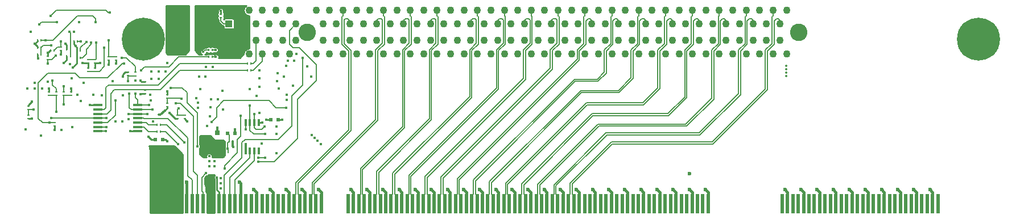
<source format=gbr>
G04 #@! TF.GenerationSoftware,KiCad,Pcbnew,(5.1.5)-3*
G04 #@! TF.CreationDate,2022-01-27T06:12:11+01:00*
G04 #@! TF.ProjectId,Riser Tioga Pass 1OU 1xPCIe x16,52697365-7220-4546-996f-676120506173,rev?*
G04 #@! TF.SameCoordinates,PX40f1fa0PY623a7c0*
G04 #@! TF.FileFunction,Copper,L6,Bot*
G04 #@! TF.FilePolarity,Positive*
%FSLAX46Y46*%
G04 Gerber Fmt 4.6, Leading zero omitted, Abs format (unit mm)*
G04 Created by KiCad (PCBNEW (5.1.5)-3) date 2022-01-27 06:12:11*
%MOMM*%
%LPD*%
G04 APERTURE LIST*
%ADD10R,0.430000X0.280000*%
%ADD11R,0.600000X0.500000*%
%ADD12R,0.550000X3.000000*%
%ADD13R,0.750000X0.800000*%
%ADD14C,2.600000*%
%ADD15R,1.100000X1.100000*%
%ADD16C,1.100000*%
%ADD17R,0.800000X0.750000*%
%ADD18C,6.400000*%
%ADD19C,0.800000*%
%ADD20R,1.450000X0.450000*%
%ADD21R,0.280000X0.430000*%
%ADD22R,0.400000X1.100000*%
%ADD23C,0.400000*%
%ADD24C,0.600000*%
%ADD25C,0.350000*%
%ADD26C,0.400000*%
%ADD27C,0.300000*%
%ADD28C,0.250000*%
%ADD29C,0.200000*%
%ADD30C,0.127000*%
%ADD31C,0.254000*%
G04 APERTURE END LIST*
D10*
X250000Y-6885000D03*
X250000Y-6365000D03*
D11*
X1775000Y-15000000D03*
X2875000Y-15000000D03*
X18975000Y-12075000D03*
X20075000Y-12075000D03*
X13625000Y-14075000D03*
X12525000Y-14075000D03*
D12*
X1695000Y-24580000D03*
X2495000Y-24580000D03*
X3295000Y-24580000D03*
X4095000Y-24580000D03*
X4895000Y-24580000D03*
X5695000Y-24580000D03*
X6495000Y-24580000D03*
X7295000Y-24580000D03*
X8095000Y-24580000D03*
X8895000Y-24580000D03*
X9695000Y-24580000D03*
X10495000Y-24580000D03*
X11295000Y-24580000D03*
X12095000Y-24580000D03*
X12895000Y-24580000D03*
X13695000Y-24580000D03*
X14495000Y-24580000D03*
X15295000Y-24580000D03*
X16095000Y-24580000D03*
X16895000Y-24580000D03*
X17695000Y-24580000D03*
X18495000Y-24580000D03*
X19295000Y-24580000D03*
X20095000Y-24580000D03*
X20895000Y-24580000D03*
X21695000Y-24580000D03*
X22495000Y-24580000D03*
X23295000Y-24580000D03*
X24095000Y-24580000D03*
X24895000Y-24580000D03*
X25695000Y-24580000D03*
X26495000Y-24580000D03*
X30495000Y-24580000D03*
X31295000Y-24580000D03*
X32095000Y-24580000D03*
X32895000Y-24580000D03*
X33695000Y-24580000D03*
X34495000Y-24580000D03*
X35295000Y-24580000D03*
X36095000Y-24580000D03*
X36895000Y-24580000D03*
X37695000Y-24580000D03*
X38495000Y-24580000D03*
X39295000Y-24580000D03*
X40095000Y-24580000D03*
X40895000Y-24580000D03*
X41695000Y-24580000D03*
X42495000Y-24580000D03*
X43295000Y-24580000D03*
X44095000Y-24580000D03*
X44895000Y-24580000D03*
X45695000Y-24580000D03*
X46495000Y-24580000D03*
X47295000Y-24580000D03*
X48095000Y-24580000D03*
X48895000Y-24580000D03*
X49695000Y-24580000D03*
X50495000Y-24580000D03*
X51295000Y-24580000D03*
X52095000Y-24580000D03*
X52895000Y-24580000D03*
X53695000Y-24580000D03*
X54495000Y-24580000D03*
X55295000Y-24580000D03*
X56095000Y-24580000D03*
X56895000Y-24580000D03*
X57695000Y-24580000D03*
X58495000Y-24580000D03*
X59295000Y-24580000D03*
X60095000Y-24580000D03*
X60895000Y-24580000D03*
X61695000Y-24580000D03*
X62495000Y-24580000D03*
X63295000Y-24580000D03*
X64095000Y-24580000D03*
X64895000Y-24580000D03*
X65695000Y-24580000D03*
X66495000Y-24580000D03*
X67295000Y-24580000D03*
X68095000Y-24580000D03*
X68895000Y-24580000D03*
X69695000Y-24580000D03*
X70495000Y-24580000D03*
X71295000Y-24580000D03*
X72095000Y-24580000D03*
X72895000Y-24580000D03*
X73695000Y-24580000D03*
X74495000Y-24580000D03*
X75295000Y-24580000D03*
X76095000Y-24580000D03*
X76895000Y-24580000D03*
X77695000Y-24580000D03*
X78495000Y-24580000D03*
X79295000Y-24580000D03*
X80095000Y-24580000D03*
X80895000Y-24580000D03*
X81695000Y-24580000D03*
X82495000Y-24580000D03*
X83295000Y-24580000D03*
X84095000Y-24580000D03*
X118295000Y-24580000D03*
X117495000Y-24580000D03*
X96695000Y-24580000D03*
X95895000Y-24580000D03*
X97495000Y-24580000D03*
X95095000Y-24580000D03*
X111895000Y-24580000D03*
X111095000Y-24580000D03*
X112695000Y-24580000D03*
X113495000Y-24580000D03*
X115095000Y-24580000D03*
X115895000Y-24580000D03*
X114295000Y-24580000D03*
X116695000Y-24580000D03*
X99095000Y-24580000D03*
X99895000Y-24580000D03*
X98295000Y-24580000D03*
X100695000Y-24580000D03*
X103095000Y-24580000D03*
X101495000Y-24580000D03*
X102295000Y-24580000D03*
X103895000Y-24580000D03*
X107895000Y-24580000D03*
X109495000Y-24580000D03*
X110295000Y-24580000D03*
X108695000Y-24580000D03*
X105495000Y-24580000D03*
X106295000Y-24580000D03*
X104695000Y-24580000D03*
X107095000Y-24580000D03*
D13*
X11075000Y-15525000D03*
X11075000Y-14025000D03*
D14*
X24405000Y1020000D03*
X97555000Y1020000D03*
D15*
X12755000Y2270000D03*
D16*
X13755000Y4270000D03*
X14755000Y2270000D03*
X15755000Y4270000D03*
X16755000Y2270000D03*
X17755000Y4270000D03*
X18755000Y2270000D03*
X19755000Y4270000D03*
X20755000Y2270000D03*
X21755000Y4270000D03*
X22755000Y2270000D03*
X25755000Y4270000D03*
X26755000Y2270000D03*
X27755000Y4270000D03*
X28755000Y2270000D03*
X29755000Y4270000D03*
X30755000Y2270000D03*
X31755000Y4270000D03*
X32755000Y2270000D03*
X33755000Y4270000D03*
X34755000Y2270000D03*
X35755000Y4270000D03*
X36755000Y2270000D03*
X37755000Y4270000D03*
X38755000Y2270000D03*
X39755000Y4270000D03*
X40755000Y2270000D03*
X41755000Y4270000D03*
X42755000Y2270000D03*
X43755000Y4270000D03*
X44755000Y2270000D03*
X45755000Y4270000D03*
X46755000Y2270000D03*
X47755000Y4270000D03*
X48755000Y2270000D03*
X49755000Y4270000D03*
X50755000Y2270000D03*
X51755000Y4270000D03*
X52755000Y2270000D03*
X53755000Y4270000D03*
X54755000Y2270000D03*
X55755000Y4270000D03*
X56755000Y2270000D03*
X57755000Y4270000D03*
X58755000Y2270000D03*
X59755000Y4270000D03*
X60755000Y2270000D03*
X61755000Y4270000D03*
X62755000Y2270000D03*
X63755000Y4270000D03*
X64755000Y2270000D03*
X65755000Y4270000D03*
X66755000Y2270000D03*
X67755000Y4270000D03*
X68755000Y2270000D03*
X69755000Y4270000D03*
X70755000Y2270000D03*
X71755000Y4270000D03*
X72755000Y2270000D03*
X73755000Y4270000D03*
X74755000Y2270000D03*
X75755000Y4270000D03*
X76755000Y2270000D03*
X77755000Y4270000D03*
X78755000Y2270000D03*
X79755000Y4270000D03*
X80755000Y2270000D03*
X81755000Y4270000D03*
X82755000Y2270000D03*
X83755000Y4270000D03*
X84755000Y2270000D03*
X85755000Y4270000D03*
X86755000Y2270000D03*
X87755000Y4270000D03*
X88755000Y2270000D03*
X89755000Y4270000D03*
X90755000Y2270000D03*
X91755000Y4270000D03*
X92755000Y2270000D03*
X93755000Y4270000D03*
X94755000Y2270000D03*
X12755000Y-230000D03*
X13755000Y-2230000D03*
X14755000Y-230000D03*
X15755000Y-2230000D03*
X16755000Y-230000D03*
X17755000Y-2230000D03*
X18755000Y-230000D03*
X19755000Y-2230000D03*
X20755000Y-230000D03*
X21755000Y-2230000D03*
X22755000Y-230000D03*
X25755000Y-2230000D03*
X26755000Y-230000D03*
X27755000Y-2230000D03*
X28755000Y-230000D03*
X29755000Y-2230000D03*
X30755000Y-230000D03*
X31755000Y-2230000D03*
X32755000Y-230000D03*
X33755000Y-2230000D03*
X34755000Y-230000D03*
X35755000Y-2230000D03*
X36755000Y-230000D03*
X37755000Y-2230000D03*
X38755000Y-230000D03*
X39755000Y-2230000D03*
X40755000Y-230000D03*
X41755000Y-2230000D03*
X42755000Y-230000D03*
X43755000Y-2230000D03*
X44755000Y-230000D03*
X46755000Y-230000D03*
X47755000Y-2230000D03*
X48755000Y-230000D03*
X49755000Y-2230000D03*
X50755000Y-230000D03*
X51755000Y-2230000D03*
X52755000Y-230000D03*
X53755000Y-2230000D03*
X54755000Y-230000D03*
X55755000Y-2230000D03*
X56755000Y-230000D03*
X57755000Y-2230000D03*
X58755000Y-230000D03*
X59755000Y-2230000D03*
X60755000Y-230000D03*
X61755000Y-2230000D03*
X62755000Y-230000D03*
X63755000Y-2230000D03*
X64755000Y-230000D03*
X65755000Y-2230000D03*
X66755000Y-230000D03*
X67755000Y-2230000D03*
X68755000Y-230000D03*
X69755000Y-2230000D03*
X70755000Y-230000D03*
X71755000Y-2230000D03*
X72755000Y-230000D03*
X73755000Y-2230000D03*
X74755000Y-230000D03*
X75755000Y-2230000D03*
X76755000Y-230000D03*
X77755000Y-2230000D03*
X78755000Y-230000D03*
X79755000Y-2230000D03*
X80755000Y-230000D03*
X81755000Y-2230000D03*
X82755000Y-230000D03*
X83755000Y-2230000D03*
X84755000Y-230000D03*
X85755000Y-2230000D03*
X86755000Y-230000D03*
X87755000Y-2230000D03*
X88755000Y-230000D03*
X89755000Y-2230000D03*
X90755000Y-230000D03*
X91755000Y-2230000D03*
X92755000Y-230000D03*
X93755000Y-2230000D03*
X94755000Y-230000D03*
X45755000Y-2230000D03*
X95755000Y4270000D03*
X95755000Y-2230000D03*
D17*
X8050000Y3475000D03*
X6550000Y3475000D03*
X6550000Y1925000D03*
X8050000Y1925000D03*
X6550000Y400000D03*
X8050000Y400000D03*
X8075000Y-1150000D03*
X6575000Y-1150000D03*
D18*
X0Y0D03*
D19*
X2400000Y0D03*
X-1697056Y-1697056D03*
X1697056Y-1697056D03*
X0Y-2400000D03*
X-2400000Y0D03*
X1697056Y1697056D03*
X0Y2400000D03*
X-1697056Y1697056D03*
X122607944Y1677056D03*
X124305000Y2380000D03*
X126002056Y1677056D03*
X121905000Y-20000D03*
X124305000Y-2420000D03*
X126002056Y-1717056D03*
X122607944Y-1717056D03*
X126705000Y-20000D03*
D18*
X124305000Y-20000D03*
D20*
X-825000Y-13775000D03*
X-825000Y-13125000D03*
X-825000Y-12475000D03*
X-825000Y-11825000D03*
X-825000Y-11175000D03*
X-825000Y-10525000D03*
X-825000Y-9875000D03*
X-6725000Y-9875000D03*
X-6725000Y-10525000D03*
X-6725000Y-11175000D03*
X-6725000Y-11825000D03*
X-6725000Y-12475000D03*
X-6725000Y-13125000D03*
X-6725000Y-13775000D03*
D10*
X-14175000Y-3060000D03*
X-14175000Y-2540000D03*
D21*
X12610000Y-16875000D03*
X12090000Y-16875000D03*
X12815000Y-15300000D03*
X13335000Y-15300000D03*
X2585000Y-13850000D03*
X2065000Y-13850000D03*
X2065000Y-12775000D03*
X2585000Y-12775000D03*
D10*
X-13200000Y-12475000D03*
X-13200000Y-12995000D03*
D21*
X16010000Y-3625000D03*
X15490000Y-3625000D03*
X15490000Y-4700000D03*
X16010000Y-4700000D03*
X-15735000Y-200000D03*
X-15215000Y-200000D03*
D10*
X-10725000Y-7890000D03*
X-10725000Y-8410000D03*
X250000Y-7665000D03*
X250000Y-8185000D03*
D21*
X-9860000Y-2775000D03*
X-9340000Y-2775000D03*
X-9340000Y-1675000D03*
X-9860000Y-1675000D03*
X-10310000Y-375000D03*
X-9790000Y-375000D03*
D10*
X11550000Y3190000D03*
X11550000Y3710000D03*
X-2250000Y-4955000D03*
X-2250000Y-5475000D03*
D21*
X9765000Y-2675000D03*
X10285000Y-2675000D03*
X10285000Y-1625000D03*
X9765000Y-1625000D03*
D10*
X2275000Y-11315000D03*
X2275000Y-11835000D03*
X-14000000Y-8410000D03*
X-14000000Y-7890000D03*
X-17100000Y-10510000D03*
X-17100000Y-9990000D03*
X-17100000Y-11340000D03*
X-17100000Y-11860000D03*
X3575000Y-9590000D03*
X3575000Y-10110000D03*
X3575000Y-8835000D03*
X3575000Y-8315000D03*
X5100000Y-11340000D03*
X5100000Y-11860000D03*
X6175000Y-11340000D03*
X6175000Y-11860000D03*
X-1175000Y-5485000D03*
X-1175000Y-4965000D03*
X-11800000Y-8410000D03*
X-11800000Y-7890000D03*
X-12950000Y-7890000D03*
X-12950000Y-8410000D03*
X-5125000Y-2640000D03*
X-5125000Y-3160000D03*
X-4075000Y-2640000D03*
X-4075000Y-3160000D03*
D21*
X-11360000Y-1550000D03*
X-10840000Y-1550000D03*
X-11360000Y-2600000D03*
X-10840000Y-2600000D03*
D10*
X-8175000Y-4860000D03*
X-8175000Y-4340000D03*
X-7125000Y-4860000D03*
X-7125000Y-4340000D03*
X-12225000Y-1735000D03*
X-12225000Y-1215000D03*
D21*
X-13745000Y-1725000D03*
X-13225000Y-1725000D03*
D10*
X-8175000Y-3090000D03*
X-8175000Y-3610000D03*
X-7125000Y-3090000D03*
X-7125000Y-3610000D03*
D21*
X-15735000Y-1250000D03*
X-15215000Y-1250000D03*
X-15735000Y-2300000D03*
X-15215000Y-2300000D03*
D22*
X17200000Y-12425000D03*
X16550000Y-12425000D03*
X15900000Y-12425000D03*
X15250000Y-12425000D03*
X15250000Y-16725000D03*
X15900000Y-16725000D03*
X16550000Y-16725000D03*
X17200000Y-16725000D03*
D23*
X25050000Y-14300000D03*
D24*
X6495000Y-21350000D03*
X69295000Y-22450000D03*
X71695000Y-22450000D03*
X74095000Y-22450000D03*
X76495000Y-22450000D03*
X78895000Y-22450000D03*
X81295000Y-22450000D03*
X83695000Y-22450000D03*
X66895000Y-22450000D03*
X64495000Y-22450000D03*
X62095000Y-22450000D03*
X59695000Y-22450000D03*
X57295000Y-22450000D03*
X54895000Y-22450000D03*
X52495000Y-22450000D03*
X50095000Y-22450000D03*
X47695000Y-22450000D03*
X45295000Y-22450000D03*
X42895000Y-22450000D03*
X40495000Y-22450000D03*
X38095000Y-22450000D03*
X35695000Y-22450000D03*
X33295000Y-22450000D03*
X30895000Y-22450000D03*
X95495000Y-22450000D03*
X97895000Y-22450000D03*
X100295000Y-22450000D03*
X102695000Y-22450000D03*
X105095000Y-22450000D03*
X107495000Y-22450000D03*
X109895000Y-22450000D03*
X112295000Y-22450000D03*
X114695000Y-22450000D03*
X117095000Y-22450000D03*
X16495000Y-22450000D03*
X18895000Y-22450000D03*
X21295000Y-22450000D03*
X23695000Y-22450000D03*
X26095000Y-22450000D03*
X81350000Y-20050000D03*
D23*
X15250000Y-15700000D03*
D24*
X14375000Y-21375000D03*
D23*
X13625000Y-13450000D03*
X11075000Y-13225000D03*
X13400000Y-16125000D03*
X11875000Y-10550000D03*
X11800000Y-7725000D03*
X19850000Y-17000000D03*
X17675000Y-15625000D03*
X-4150000Y-12325000D03*
X3600000Y-15275000D03*
X19975000Y-5100000D03*
X19950000Y-6300000D03*
X20200000Y-7350000D03*
X21400000Y-8350000D03*
X21400000Y-9100000D03*
X11550000Y4200000D03*
X4700000Y4450000D03*
X4450000Y3150000D03*
X4450000Y1250000D03*
X4450000Y375000D03*
X4450000Y-500000D03*
D25*
X95700000Y-5500090D03*
X95700000Y-3975000D03*
D23*
X-10300000Y1050000D03*
X-16700000Y1050000D03*
X24450000Y-4050000D03*
X25000000Y-5625000D03*
X5375000Y3125000D03*
X-16175000Y-6550000D03*
X-16150000Y-7400000D03*
X-15075000Y-7400000D03*
X10975000Y-20675000D03*
X8125000Y-9500000D03*
X3575000Y-7825000D03*
X9900000Y-11500000D03*
X6575000Y-12325000D03*
X-8875000Y-6575000D03*
X-7425000Y-8300000D03*
X20725000Y-12075000D03*
X-15175000Y-14375000D03*
X-7900000Y-9875000D03*
X-6150000Y-8400000D03*
X8475000Y-7500000D03*
X-16575000Y-11850000D03*
X-15600000Y-2925000D03*
X-14175000Y-2075000D03*
X26450000Y-15650000D03*
X-11850000Y-3600000D03*
X-6375000Y-3600000D03*
X-4050000Y-3700000D03*
X11575000Y-16875000D03*
X11075000Y-16325000D03*
X7875000Y-8825000D03*
X10125000Y-8975000D03*
X11125000Y-8975000D03*
X2300000Y-5975000D03*
X3550000Y-3575000D03*
X2300000Y-4825000D03*
X3300000Y-4825000D03*
X1250000Y-5950000D03*
X1250000Y-4825000D03*
X1525000Y-17400000D03*
X2525000Y-17400000D03*
X3525000Y-17400000D03*
X4525000Y-17400000D03*
X1525000Y-18400000D03*
X2525000Y-18400000D03*
X3525000Y-18400000D03*
X4525000Y-18400000D03*
X1525000Y-19400000D03*
X2525000Y-19400000D03*
X3525000Y-19400000D03*
X4525000Y-19400000D03*
X1525000Y-20400000D03*
X2525000Y-20400000D03*
X3525000Y-20400000D03*
X4525000Y-20400000D03*
X8800000Y-14750000D03*
X9800000Y-14750000D03*
X8800000Y-15750000D03*
X9800000Y-15750000D03*
X17125000Y-17700000D03*
X3225000Y-10650000D03*
X9525000Y-12950000D03*
X18175000Y-17700000D03*
X19825000Y-14200000D03*
X19825000Y-13100000D03*
X-3075000Y-12325000D03*
X825000Y-14625000D03*
X-5125000Y-3800000D03*
X-16600000Y-9375000D03*
X-17200000Y-7375000D03*
X-14000000Y-7400000D03*
X11550000Y-20775000D03*
X11550000Y-21525000D03*
X11550000Y-22275000D03*
X8200000Y-10250000D03*
X10050000Y-10150000D03*
X-11575000Y-675000D03*
X-12225000Y-2300000D03*
X3900000Y-11025000D03*
X-3050000Y-5600000D03*
X-9275000Y-9275000D03*
X-9800000Y-8300000D03*
X18325000Y-12075000D03*
X17725000Y-12425000D03*
X-13200000Y-13550000D03*
X-10725000Y-7400000D03*
X-10650000Y-5850000D03*
X1475000Y-12300000D03*
X-3000000Y-8400000D03*
X-1925000Y-13775000D03*
X-375000Y-8200000D03*
X-16125000Y-725000D03*
X-10875000Y-3775000D03*
X-17475000Y-13500000D03*
X22825000Y-2200000D03*
X22500000Y-3275000D03*
X21575000Y-3250000D03*
X21275000Y-4025000D03*
X20950000Y-5575000D03*
X22300000Y-6975000D03*
X-425000Y-6225000D03*
X-10075000Y-1050000D03*
X-10475000Y-4225000D03*
X-9025000Y-3600000D03*
X9825000Y-18250000D03*
X10575000Y-18250000D03*
X9825000Y-17475000D03*
X9825000Y-19000000D03*
X10575000Y-19000000D03*
X15900000Y-7450000D03*
X17300000Y-7100000D03*
X17300000Y-5900000D03*
X17300000Y-4700000D03*
X16900000Y-8500000D03*
X17300000Y-11000000D03*
X12600000Y-16375000D03*
X12100000Y-19350000D03*
X14550000Y-11425000D03*
X-14175000Y-3650000D03*
X-13025000Y-2450000D03*
X4125000Y-7275000D03*
X8075000Y-16050000D03*
X4875000Y-9600000D03*
X9675000Y-20950000D03*
X10425000Y-20950000D03*
X9675000Y-21700000D03*
X10425000Y-21700000D03*
X9675000Y-22450000D03*
X10425000Y-22450000D03*
X17100000Y-18325000D03*
X-14175000Y-6400000D03*
X-325000Y-4650000D03*
X-13950000Y-12475000D03*
X8950000Y-1925000D03*
X-2850000Y-3625000D03*
X-11800000Y-9725000D03*
X-10550000Y-13125000D03*
X625000Y-11175000D03*
X-2150000Y-11175000D03*
X-4575000Y-6325000D03*
X1425000Y-10525000D03*
X-2225000Y-6250000D03*
X-2050000Y-8175000D03*
X5200000Y-15700000D03*
X6100000Y-15400000D03*
X15250000Y-13450000D03*
X18125000Y-14200000D03*
X1075000Y-8350000D03*
X15875000Y-9950000D03*
X18075000Y-13100000D03*
X1150000Y-9125000D03*
X16550000Y-11225000D03*
X-5475000Y-11825000D03*
X21250000Y-10300000D03*
X10175000Y-12400000D03*
X-2200000Y-12000000D03*
X-13650000Y-11825000D03*
X850000Y-9875000D03*
X-1175000Y-6200000D03*
X-1175000Y-8175000D03*
X-12175000Y-13575000D03*
X-12950000Y-10900000D03*
X-5550000Y-13775000D03*
X-5475000Y-13125000D03*
X-16350000Y-10525000D03*
X-4160000Y-9175000D03*
D25*
X95700000Y-4479910D03*
X95700000Y-5000090D03*
D23*
X-14550000Y-200000D03*
X-7075000Y2500000D03*
X-7725000Y-500000D03*
X-4950000Y4000000D03*
X-13800000Y3425000D03*
X-8475000Y-450000D03*
X-9250000Y-375000D03*
X-9525000Y2550000D03*
X-12825000Y2550000D03*
X-15475000Y2175000D03*
X-3225000Y-2775000D03*
X-11800000Y-7025000D03*
X-13525000Y-6225000D03*
X-5125000Y-175000D03*
X-11000000Y1050000D03*
X-5775000Y-1250000D03*
X-12225000Y-350000D03*
X-7000000Y-525000D03*
X-13725000Y-925000D03*
X25939284Y-15189284D03*
X25530716Y-14780716D03*
X9375000Y-20000000D03*
X23725000Y-2825000D03*
X8300000Y-5600000D03*
X9300000Y-5600000D03*
X9325000Y4475000D03*
X10325000Y4475000D03*
X9325000Y3475000D03*
X10325000Y3475000D03*
X9325000Y2475000D03*
X10325000Y2475000D03*
X9325000Y1550000D03*
X10325000Y1550000D03*
X9325000Y550000D03*
X10325000Y550000D03*
X9325000Y-450000D03*
X10325000Y-450000D03*
X9325000Y-4150000D03*
X10325000Y-4150000D03*
X10825000Y-2675000D03*
X10750000Y-1625000D03*
X5675000Y-8950000D03*
X5250000Y-10350000D03*
D26*
X69695000Y-22850000D02*
X69295000Y-22450000D01*
X69695000Y-24580000D02*
X69695000Y-22850000D01*
X72095000Y-22850000D02*
X71695000Y-22450000D01*
X74495000Y-22850000D02*
X74095000Y-22450000D01*
X76895000Y-22850000D02*
X76495000Y-22450000D01*
X79295000Y-22850000D02*
X78895000Y-22450000D01*
X81695000Y-22850000D02*
X81295000Y-22450000D01*
X84095000Y-22850000D02*
X83695000Y-22450000D01*
X72095000Y-24580000D02*
X72095000Y-22850000D01*
X74495000Y-24580000D02*
X74495000Y-22850000D01*
X76895000Y-24580000D02*
X76895000Y-22850000D01*
X79295000Y-24580000D02*
X79295000Y-22850000D01*
X81695000Y-24580000D02*
X81695000Y-22850000D01*
X84095000Y-24580000D02*
X84095000Y-22850000D01*
X67295000Y-22850000D02*
X66895000Y-22450000D01*
X64895000Y-22850000D02*
X64495000Y-22450000D01*
X62495000Y-22850000D02*
X62095000Y-22450000D01*
X60095000Y-22850000D02*
X59695000Y-22450000D01*
X57695000Y-22850000D02*
X57295000Y-22450000D01*
X55295000Y-22850000D02*
X54895000Y-22450000D01*
X52895000Y-22850000D02*
X52495000Y-22450000D01*
X50495000Y-22850000D02*
X50095000Y-22450000D01*
X48095000Y-22850000D02*
X47695000Y-22450000D01*
X45695000Y-22850000D02*
X45295000Y-22450000D01*
X43295000Y-22850000D02*
X42895000Y-22450000D01*
X40895000Y-22850000D02*
X40495000Y-22450000D01*
X38495000Y-22850000D02*
X38095000Y-22450000D01*
X36095000Y-22850000D02*
X35695000Y-22450000D01*
X67295000Y-24580000D02*
X67295000Y-22850000D01*
X64895000Y-24580000D02*
X64895000Y-22850000D01*
X62495000Y-24580000D02*
X62495000Y-22850000D01*
X60095000Y-24580000D02*
X60095000Y-22850000D01*
X57695000Y-24580000D02*
X57695000Y-22850000D01*
X55295000Y-24580000D02*
X55295000Y-22850000D01*
X52895000Y-24580000D02*
X52895000Y-22850000D01*
X50495000Y-24580000D02*
X50495000Y-22850000D01*
X48095000Y-24580000D02*
X48095000Y-22850000D01*
X45695000Y-24580000D02*
X45695000Y-22850000D01*
X43295000Y-24580000D02*
X43295000Y-22850000D01*
X40895000Y-24580000D02*
X40895000Y-22850000D01*
X38495000Y-24580000D02*
X38495000Y-22850000D01*
X36095000Y-24580000D02*
X36095000Y-22850000D01*
X33695000Y-22850000D02*
X33295000Y-22450000D01*
X31295000Y-22850000D02*
X30895000Y-22450000D01*
X33695000Y-24580000D02*
X33695000Y-22850000D01*
X31295000Y-24580000D02*
X31295000Y-22850000D01*
X95895000Y-22850000D02*
X95495000Y-22450000D01*
X95895000Y-24580000D02*
X95895000Y-22850000D01*
X98295000Y-22850000D02*
X97895000Y-22450000D01*
X98295000Y-24580000D02*
X98295000Y-22850000D01*
X100695000Y-22850000D02*
X100295000Y-22450000D01*
X100695000Y-24580000D02*
X100695000Y-22850000D01*
X103095000Y-22850000D02*
X102695000Y-22450000D01*
X103095000Y-24580000D02*
X103095000Y-22850000D01*
X105495000Y-22850000D02*
X105095000Y-22450000D01*
X105495000Y-24580000D02*
X105495000Y-22850000D01*
X107895000Y-22850000D02*
X107495000Y-22450000D01*
X107895000Y-24580000D02*
X107895000Y-22850000D01*
X110295000Y-22850000D02*
X109895000Y-22450000D01*
X110295000Y-24580000D02*
X110295000Y-22850000D01*
X112695000Y-22850000D02*
X112295000Y-22450000D01*
X112695000Y-24580000D02*
X112695000Y-22850000D01*
X115095000Y-22850000D02*
X114695000Y-22450000D01*
X115095000Y-24580000D02*
X115095000Y-22850000D01*
X117495000Y-22850000D02*
X117095000Y-22450000D01*
X117495000Y-24580000D02*
X117495000Y-22850000D01*
X16895000Y-22850000D02*
X16495000Y-22450000D01*
X16895000Y-24580000D02*
X16895000Y-22850000D01*
X26495000Y-22850000D02*
X26095000Y-22450000D01*
X26495000Y-24580000D02*
X26495000Y-22850000D01*
X24095000Y-22850000D02*
X23695000Y-22450000D01*
X24095000Y-24580000D02*
X24095000Y-22850000D01*
X21695000Y-22850000D02*
X21295000Y-22450000D01*
X21695000Y-24580000D02*
X21695000Y-22850000D01*
X19295000Y-22850000D02*
X18895000Y-22450000D01*
X19295000Y-24580000D02*
X19295000Y-22850000D01*
X14495000Y-24580000D02*
X14495000Y-22615000D01*
X14495000Y-22615000D02*
X14495000Y-21495000D01*
D27*
X14495000Y-21495000D02*
X14375000Y-21375000D01*
X13625000Y-14075000D02*
X13625000Y-13450000D01*
X11075000Y-14025000D02*
X11075000Y-13225000D01*
X15250000Y-16725000D02*
X15250000Y-15700000D01*
X13335000Y-15300000D02*
X13335000Y-16060000D01*
X13335000Y-16060000D02*
X13400000Y-16125000D01*
D28*
X2875000Y-15000000D02*
X3325000Y-15000000D01*
X3325000Y-15000000D02*
X3600000Y-15275000D01*
X11550000Y3710000D02*
X11550000Y4200000D01*
D26*
X6495000Y-22830000D02*
X6495000Y-21350000D01*
X6495000Y-24580000D02*
X6495000Y-22830000D01*
D28*
X3575000Y-8315000D02*
X3575000Y-7825000D01*
X6175000Y-11860000D02*
X6175000Y-11925000D01*
X6175000Y-11925000D02*
X6575000Y-12325000D01*
X20075000Y-12075000D02*
X20725000Y-12075000D01*
X-6725000Y-9875000D02*
X-7900000Y-9875000D01*
X-17100000Y-11860000D02*
X-16585000Y-11860000D01*
X-16585000Y-11860000D02*
X-16575000Y-11850000D01*
X-15735000Y-2300000D02*
X-15735000Y-2790000D01*
X-15735000Y-2790000D02*
X-15600000Y-2925000D01*
X-14175000Y-2540000D02*
X-14175000Y-2075000D01*
X-13825000Y-1725000D02*
X-14175000Y-2075000D01*
X-13745000Y-1725000D02*
X-13825000Y-1725000D01*
X11295000Y-22830000D02*
X11295000Y-24580000D01*
X10975000Y-20675000D02*
X10975000Y-22510000D01*
X10975000Y-22510000D02*
X11295000Y-22830000D01*
X-11360000Y-3110000D02*
X-11850000Y-3600000D01*
X-11360000Y-2600000D02*
X-11360000Y-3110000D01*
X-7125000Y-4340000D02*
X-7125000Y-3610000D01*
X-7125000Y-3610000D02*
X-6385000Y-3610000D01*
X-6385000Y-3610000D02*
X-6375000Y-3600000D01*
X-4075000Y-3160000D02*
X-4075000Y-3675000D01*
X-4075000Y-3675000D02*
X-4050000Y-3700000D01*
D27*
X12090000Y-16875000D02*
X11575000Y-16875000D01*
X11075000Y-15525000D02*
X11075000Y-16325000D01*
X2560000Y-11315000D02*
X3225000Y-10650000D01*
X2275000Y-11315000D02*
X2560000Y-11315000D01*
D29*
X18175000Y-17700000D02*
X17125000Y-17700000D01*
D28*
X1775000Y-15000000D02*
X1200000Y-15000000D01*
X1200000Y-15000000D02*
X825000Y-14625000D01*
X-17100000Y-9990000D02*
X-17100000Y-9875000D01*
X-17100000Y-9875000D02*
X-16600000Y-9375000D01*
X-11360000Y-1550000D02*
X-11360000Y-890000D01*
X-11360000Y-890000D02*
X-11575000Y-675000D01*
X-12225000Y-1735000D02*
X-12225000Y-2300000D01*
X5100000Y-11860000D02*
X4735000Y-11860000D01*
X4735000Y-11860000D02*
X3900000Y-11025000D01*
X18975000Y-12075000D02*
X18325000Y-12075000D01*
X17200000Y-12425000D02*
X17725000Y-12425000D01*
X-13200000Y-12995000D02*
X-13200000Y-13550000D01*
X-14000000Y-7890000D02*
X-14000000Y-7400000D01*
X-10725000Y-7890000D02*
X-10725000Y-7400000D01*
X-825000Y-13775000D02*
X-1925000Y-13775000D01*
X250000Y-8185000D02*
X-360000Y-8185000D01*
X-360000Y-8185000D02*
X-375000Y-8200000D01*
X-15735000Y-200000D02*
X-15735000Y-335000D01*
X-15735000Y-335000D02*
X-16125000Y-725000D01*
X-15735000Y-1115000D02*
X-16125000Y-725000D01*
X-15735000Y-1250000D02*
X-15735000Y-1115000D01*
X250000Y-6365000D02*
X-285000Y-6365000D01*
X-285000Y-6365000D02*
X-425000Y-6225000D01*
X-10310000Y-375000D02*
X-10310000Y-815000D01*
X-10310000Y-815000D02*
X-10075000Y-1050000D01*
X-9860000Y-1265000D02*
X-10075000Y-1050000D01*
X-9860000Y-1675000D02*
X-9860000Y-1265000D01*
X-9860000Y-1675000D02*
X-9860000Y-2775000D01*
X-9860000Y-2775000D02*
X-9860000Y-3610000D01*
X-9860000Y-3610000D02*
X-10475000Y-4225000D01*
X-8175000Y-4340000D02*
X-8175000Y-3610000D01*
X-8175000Y-3610000D02*
X-9015000Y-3610000D01*
X-9015000Y-3610000D02*
X-9025000Y-3600000D01*
X-5125000Y-3160000D02*
X-5125000Y-3800000D01*
X-2715000Y-4955000D02*
X-2250000Y-4955000D01*
X-3050000Y-5600000D02*
X-3050000Y-5290000D01*
X-3050000Y-5290000D02*
X-2715000Y-4955000D01*
X3575000Y-10300000D02*
X3225000Y-10650000D01*
X3575000Y-10110000D02*
X3575000Y-10300000D01*
D29*
X12610000Y-16875000D02*
X12610000Y-16385000D01*
X12610000Y-16385000D02*
X12600000Y-16375000D01*
X12600000Y-15515000D02*
X12815000Y-15300000D01*
X12600000Y-16375000D02*
X12600000Y-15515000D01*
X12815000Y-14365000D02*
X12525000Y-14075000D01*
X12815000Y-15300000D02*
X12815000Y-14365000D01*
X14025000Y-15000000D02*
X14550000Y-14475000D01*
X14550000Y-14475000D02*
X14550000Y-12575000D01*
X14550000Y-12575000D02*
X14550000Y-11425000D01*
X14025000Y-16975000D02*
X14025000Y-15000000D01*
X12100000Y-19350000D02*
X12100000Y-18900000D01*
X12100000Y-18900000D02*
X14025000Y-16975000D01*
X-14175000Y-3060000D02*
X-14175000Y-3650000D01*
X-13635000Y-3060000D02*
X-14175000Y-3060000D01*
X-13025000Y-2450000D02*
X-13635000Y-3060000D01*
X6525000Y-9475000D02*
X8075000Y-11025000D01*
X6525000Y-7975000D02*
X6525000Y-9475000D01*
X5825000Y-7275000D02*
X4125000Y-7275000D01*
X5825000Y-7275000D02*
X6525000Y-7975000D01*
X8075000Y-11025000D02*
X8075000Y-16050000D01*
X8095000Y-20370000D02*
X8095000Y-24580000D01*
X5550000Y-9600000D02*
X7450000Y-11500000D01*
X7450000Y-19725000D02*
X8095000Y-20370000D01*
X7450000Y-11500000D02*
X7450000Y-19725000D01*
X4875000Y-9600000D02*
X5550000Y-9600000D01*
X21750000Y1265000D02*
X22755000Y2270000D01*
X22325000Y-1325000D02*
X21750000Y-750000D01*
X25775000Y-3850000D02*
X23250000Y-1325000D01*
X23250000Y-1325000D02*
X22325000Y-1325000D01*
X19475000Y-18325000D02*
X22950000Y-14850000D01*
X17100000Y-18325000D02*
X19475000Y-18325000D01*
X21750000Y-750000D02*
X21750000Y1265000D01*
X22950000Y-14850000D02*
X22950000Y-9025000D01*
X25775000Y-6200000D02*
X25775000Y-3850000D01*
X22950000Y-9025000D02*
X25775000Y-6200000D01*
X5300000Y-2675000D02*
X9765000Y-2675000D01*
X3825000Y-4150000D02*
X5300000Y-2675000D01*
X832842Y-4150000D02*
X3825000Y-4150000D01*
X832842Y-4150000D02*
X175000Y-4150000D01*
X175000Y-4150000D02*
X-325000Y-4650000D01*
X-13200000Y-12475000D02*
X-13950000Y-12475000D01*
X9765000Y-1625000D02*
X9250000Y-1625000D01*
X9250000Y-1625000D02*
X8950000Y-1925000D01*
X-2850000Y-3625000D02*
X-3132842Y-3625000D01*
X-14975000Y-12475000D02*
X-13950000Y-12475000D01*
X-15600000Y-11850000D02*
X-14975000Y-12475000D01*
X-3132842Y-3625000D02*
X-5307842Y-5800000D01*
X-5307842Y-5800000D02*
X-9425000Y-5800000D01*
X-9425000Y-5800000D02*
X-10100000Y-5125000D01*
X-10100000Y-5125000D02*
X-14175000Y-5125000D01*
X-15600000Y-6550000D02*
X-14175000Y-5125000D01*
X-15600000Y-11850000D02*
X-15600000Y-6550000D01*
X-11800000Y-8410000D02*
X-11800000Y-9725000D01*
X-10725000Y-8410000D02*
X-11800000Y-8410000D01*
X15490000Y-3625000D02*
X5475000Y-3625000D01*
X2215000Y-6885000D02*
X5475000Y-3625000D01*
X250000Y-6885000D02*
X2215000Y-6885000D01*
X-5160000Y-6885000D02*
X250000Y-6885000D01*
X-5525000Y-7250000D02*
X-5160000Y-6885000D01*
X-6725000Y-10525000D02*
X-5800000Y-10525000D01*
X-5525000Y-10250000D02*
X-5525000Y-7250000D01*
X-5800000Y-10525000D02*
X-5525000Y-10250000D01*
X15490000Y-4700000D02*
X5450000Y-4700000D01*
X-5400000Y-11175000D02*
X-6725000Y-11175000D01*
X-4825000Y-10600000D02*
X-5400000Y-11175000D01*
X-4825000Y-8150000D02*
X-4825000Y-10600000D01*
X-4340000Y-7665000D02*
X-4825000Y-8150000D01*
X-4250000Y-7575000D02*
X-4340000Y-7665000D01*
X2575000Y-7575000D02*
X-4250000Y-7575000D01*
X2575000Y-7575000D02*
X5450000Y-4700000D01*
X625000Y-11175000D02*
X-825000Y-11175000D01*
X-825000Y-11175000D02*
X-2150000Y-11175000D01*
X-825000Y-10525000D02*
X1425000Y-10525000D01*
X-2240000Y-5485000D02*
X-2250000Y-5475000D01*
X-1175000Y-5485000D02*
X-2240000Y-5485000D01*
X-2250000Y-6225000D02*
X-2225000Y-6250000D01*
X-2250000Y-5475000D02*
X-2250000Y-6225000D01*
X-1750000Y-10525000D02*
X-825000Y-10525000D01*
X-2050000Y-8175000D02*
X-2050000Y-10225000D01*
X-2050000Y-10225000D02*
X-1750000Y-10525000D01*
X2585000Y-13850000D02*
X3350000Y-13850000D01*
X3350000Y-13850000D02*
X5200000Y-15700000D01*
X3475000Y-12775000D02*
X2585000Y-12775000D01*
X3475000Y-12775000D02*
X6100000Y-15400000D01*
X15250000Y-12425000D02*
X15250000Y-13450000D01*
X15900000Y-13625000D02*
X15900000Y-12425000D01*
X18125000Y-14200000D02*
X16475000Y-14200000D01*
X16475000Y-14200000D02*
X15900000Y-13625000D01*
X15900000Y-9975000D02*
X15875000Y-9950000D01*
X15900000Y-12425000D02*
X15900000Y-9975000D01*
X16550000Y-13225000D02*
X16550000Y-12425000D01*
X16825000Y-13500000D02*
X16550000Y-13225000D01*
X18075000Y-13100000D02*
X17675000Y-13500000D01*
X17675000Y-13500000D02*
X16825000Y-13500000D01*
X16550000Y-12425000D02*
X16550000Y-11225000D01*
X-825000Y-11825000D02*
X100000Y-11825000D01*
X110000Y-11835000D02*
X100000Y-11825000D01*
X2275000Y-11835000D02*
X110000Y-11835000D01*
X6650000Y-14775000D02*
X3710000Y-11835000D01*
X3710000Y-11835000D02*
X2275000Y-11835000D01*
X6650000Y-20400000D02*
X6650000Y-14775000D01*
X7295000Y-21045000D02*
X6650000Y-20400000D01*
X7295000Y-24580000D02*
X7295000Y-21045000D01*
X-6725000Y-11825000D02*
X-5475000Y-11825000D01*
X19800000Y-10300000D02*
X18700000Y-9200000D01*
X18700000Y-9200000D02*
X11975000Y-9200000D01*
X10950000Y-11625000D02*
X10175000Y-12400000D01*
X10950000Y-10225000D02*
X10950000Y-11625000D01*
X21250000Y-10300000D02*
X19800000Y-10300000D01*
X11975000Y-9200000D02*
X10950000Y-10225000D01*
X-13650000Y-11825000D02*
X-6725000Y-11825000D01*
X850000Y-9875000D02*
X-825000Y-9875000D01*
X-1175000Y-8750000D02*
X-825000Y-9100000D01*
X-1175000Y-8175000D02*
X-1175000Y-8750000D01*
X-825000Y-9875000D02*
X-825000Y-9100000D01*
X-14000000Y-8410000D02*
X-12950000Y-8410000D01*
X-12950000Y-10900000D02*
X-12950000Y-8410000D01*
X-6725000Y-13775000D02*
X-5550000Y-13775000D01*
X-6725000Y-13125000D02*
X-5475000Y-13125000D01*
X-17085000Y-10525000D02*
X-17100000Y-10510000D01*
X-16350000Y-10525000D02*
X-17085000Y-10525000D01*
X-17100000Y-11340000D02*
X-17100000Y-10510000D01*
X-5300000Y-12475000D02*
X-6725000Y-12475000D01*
X-4160000Y-11335000D02*
X-5300000Y-12475000D01*
X-4160000Y-9175000D02*
X-4160000Y-11335000D01*
X-14550000Y-200000D02*
X-15215000Y-200000D01*
X-7075000Y2500000D02*
X-7075000Y3025000D01*
X-7075000Y3025000D02*
X-7500000Y3450000D01*
X-7500000Y3450000D02*
X-9750000Y3450000D01*
X-13400000Y-200000D02*
X-14550000Y-200000D01*
X-9750000Y3450000D02*
X-13400000Y-200000D01*
X-9000000Y-2775000D02*
X-8475000Y-2250000D01*
X-9340000Y-2775000D02*
X-9000000Y-2775000D01*
X-8475000Y-1532842D02*
X-8475000Y-2250000D01*
X-7725000Y-782842D02*
X-8475000Y-1532842D01*
X-7725000Y-500000D02*
X-7725000Y-782842D01*
X-5232842Y4000000D02*
X-5557842Y4325000D01*
X-4950000Y4000000D02*
X-5232842Y4000000D01*
X-5557842Y4325000D02*
X-12900000Y4325000D01*
X-12900000Y4325000D02*
X-13800000Y3425000D01*
X-9340000Y-1315000D02*
X-8475000Y-450000D01*
X-9340000Y-1675000D02*
X-9340000Y-1315000D01*
X-9250000Y-375000D02*
X-9790000Y-375000D01*
X-15100000Y2550000D02*
X-15475000Y2175000D01*
X-12825000Y2550000D02*
X-15100000Y2550000D01*
X-1175000Y-4100000D02*
X-1175000Y-4965000D01*
X-2500000Y-2775000D02*
X-1175000Y-4100000D01*
X-2500000Y-2775000D02*
X-3225000Y-2775000D01*
X-11800000Y-7025000D02*
X-11800000Y-7890000D01*
X-12950000Y-7890000D02*
X-12950000Y-7425000D01*
X-12950000Y-7425000D02*
X-13525000Y-6850000D01*
X-13525000Y-6850000D02*
X-13525000Y-6225000D01*
X-4075000Y-2640000D02*
X-5125000Y-2640000D01*
X-5125000Y-2640000D02*
X-5125000Y-175000D01*
X-10825000Y-1535000D02*
X-10840000Y-1550000D01*
X-10840000Y-1550000D02*
X-10840000Y-2600000D01*
X-10840000Y-1550000D02*
X-10840000Y890000D01*
X-10840000Y890000D02*
X-11000000Y1050000D01*
X-5775000Y-1250000D02*
X-5775000Y-4125000D01*
X-6510000Y-4860000D02*
X-7125000Y-4860000D01*
X-5775000Y-4125000D02*
X-6510000Y-4860000D01*
X-7125000Y-4860000D02*
X-8175000Y-4860000D01*
X-12215000Y-360000D02*
X-12225000Y-350000D01*
X-12715000Y-1215000D02*
X-13225000Y-1725000D01*
X-12225000Y-1215000D02*
X-12715000Y-1215000D01*
X-12225000Y-1215000D02*
X-12225000Y-350000D01*
X-8175000Y-3090000D02*
X-7125000Y-3090000D01*
X-7000000Y-2965000D02*
X-7125000Y-3090000D01*
X-7000000Y-525000D02*
X-7000000Y-2965000D01*
X-15215000Y-1250000D02*
X-15215000Y-2300000D01*
X-14890000Y-925000D02*
X-15215000Y-1250000D01*
X-13725000Y-925000D02*
X-14890000Y-925000D01*
D30*
X94755000Y2795000D02*
X94755000Y2270000D01*
X63847400Y-21618128D02*
X69813128Y-15652400D01*
X63847400Y-23107400D02*
X63847400Y-21618128D01*
X94240000Y3050000D02*
X94500000Y3050000D01*
X64095000Y-24580000D02*
X64095000Y-23355000D01*
X94500000Y3050000D02*
X94755000Y2795000D01*
X64095000Y-23355000D02*
X63847400Y-23107400D01*
X92912400Y-1793128D02*
X93902400Y-803128D01*
X84823128Y-15652400D02*
X92912400Y-7563128D01*
X93902400Y2712400D02*
X94240000Y3050000D01*
X69813128Y-15652400D02*
X84823128Y-15652400D01*
X92912400Y-7563128D02*
X92912400Y-1793128D01*
X93902400Y-803128D02*
X93902400Y2712400D01*
X63295000Y-23355000D02*
X63295000Y-24580000D01*
X63542600Y-23107400D02*
X63295000Y-23355000D01*
X92607600Y-7436872D02*
X84696872Y-15347600D01*
X63542600Y-21491872D02*
X63542600Y-23107400D01*
X69686872Y-15347600D02*
X63542600Y-21491872D01*
X93755000Y4270000D02*
X93755000Y3492183D01*
X92607600Y-1666872D02*
X92607600Y-7436872D01*
X93755000Y3492183D02*
X93597600Y3334783D01*
X93597600Y3334783D02*
X93597600Y-676872D01*
X84696872Y-15347600D02*
X69686872Y-15347600D01*
X93597600Y-676872D02*
X92607600Y-1666872D01*
X88912400Y-1793128D02*
X89902400Y-803128D01*
X89902400Y2712400D02*
X90240000Y3050000D01*
X90240000Y3050000D02*
X90500000Y3050000D01*
X90500000Y3050000D02*
X90755000Y2795000D01*
X90755000Y2795000D02*
X90755000Y2270000D01*
X89902400Y-803128D02*
X89902400Y2712400D01*
X61695000Y-24580000D02*
X61695000Y-23355000D01*
X61695000Y-23355000D02*
X61447400Y-23107400D01*
X61447400Y-23107400D02*
X61447400Y-21878128D01*
X61447400Y-21878128D02*
X69003128Y-14322400D01*
X69003128Y-14322400D02*
X82873128Y-14322400D01*
X88912400Y-8283128D02*
X88912400Y-1793128D01*
X82873128Y-14322400D02*
X88912400Y-8283128D01*
X89597600Y3334783D02*
X89597600Y-676872D01*
X89755000Y4270000D02*
X89755000Y3492183D01*
X89755000Y3492183D02*
X89597600Y3334783D01*
X89597600Y-676872D02*
X88607600Y-1666872D01*
X60895000Y-24580000D02*
X60895000Y-23355000D01*
X60895000Y-23355000D02*
X61142600Y-23107400D01*
X61142600Y-23107400D02*
X61142600Y-21751872D01*
X61142600Y-21751872D02*
X68876872Y-14017600D01*
X68876872Y-14017600D02*
X82746872Y-14017600D01*
X82746872Y-14017600D02*
X88607600Y-8156872D01*
X88607600Y-8156872D02*
X88607600Y-1666872D01*
X84912400Y-1793128D02*
X85902400Y-803128D01*
X85902400Y2712400D02*
X86240000Y3050000D01*
X86240000Y3050000D02*
X86500000Y3050000D01*
X86500000Y3050000D02*
X86755000Y2795000D01*
X86755000Y2795000D02*
X86755000Y2270000D01*
X85902400Y-803128D02*
X85902400Y2712400D01*
X59295000Y-24580000D02*
X59295000Y-23355000D01*
X59295000Y-23355000D02*
X59047400Y-23107400D01*
X59047400Y-23107400D02*
X59047400Y-21798128D01*
X59047400Y-21798128D02*
X67843128Y-13002400D01*
X67843128Y-13002400D02*
X80883128Y-13002400D01*
X84912400Y-8973128D02*
X84912400Y-1793128D01*
X80883128Y-13002400D02*
X84912400Y-8973128D01*
X85597600Y3334783D02*
X85597600Y-676872D01*
X85755000Y4270000D02*
X85755000Y3492183D01*
X85755000Y3492183D02*
X85597600Y3334783D01*
X85597600Y-676872D02*
X84607600Y-1666872D01*
X58495000Y-24580000D02*
X58495000Y-23355000D01*
X58495000Y-23355000D02*
X58742600Y-23107400D01*
X58742600Y-23107400D02*
X58742600Y-21671872D01*
X58742600Y-21671872D02*
X67716872Y-12697600D01*
X67716872Y-12697600D02*
X80756872Y-12697600D01*
X80756872Y-12697600D02*
X84607600Y-8846872D01*
X84607600Y-8846872D02*
X84607600Y-1666872D01*
X80912400Y-1793128D02*
X81902400Y-803128D01*
X81902400Y2712400D02*
X82240000Y3050000D01*
X82240000Y3050000D02*
X82500000Y3050000D01*
X82500000Y3050000D02*
X82755000Y2795000D01*
X82755000Y2795000D02*
X82755000Y2270000D01*
X81902400Y-803128D02*
X81902400Y2712400D01*
X56895000Y-23355000D02*
X56647400Y-23107400D01*
X56895000Y-24580000D02*
X56895000Y-23355000D01*
X56647400Y-23107400D02*
X56647400Y-21738128D01*
X56647400Y-21738128D02*
X66933128Y-11452400D01*
X66933128Y-11452400D02*
X78203128Y-11452400D01*
X78203128Y-11452400D02*
X80912400Y-8743128D01*
X80912400Y-8743128D02*
X80912400Y-1793128D01*
X81597600Y3334783D02*
X81597600Y-676872D01*
X81755000Y4270000D02*
X81755000Y3492183D01*
X81755000Y3492183D02*
X81597600Y3334783D01*
X81597600Y-676872D02*
X80607600Y-1666872D01*
X56095000Y-24580000D02*
X56095000Y-23355000D01*
X56095000Y-23355000D02*
X56342600Y-23107400D01*
X56342600Y-23107400D02*
X56342600Y-21611872D01*
X56342600Y-21611872D02*
X66806872Y-11147600D01*
X66806872Y-11147600D02*
X78076872Y-11147600D01*
X78076872Y-11147600D02*
X80607600Y-8616872D01*
X80607600Y-8616872D02*
X80607600Y-1666872D01*
X76912400Y-1793128D02*
X77902400Y-803128D01*
X77902400Y2712400D02*
X78240000Y3050000D01*
X78240000Y3050000D02*
X78500000Y3050000D01*
X78500000Y3050000D02*
X78755000Y2795000D01*
X78755000Y2795000D02*
X78755000Y2270000D01*
X77902400Y-803128D02*
X77902400Y2712400D01*
X54495000Y-24580000D02*
X54495000Y-23355000D01*
X54495000Y-23355000D02*
X54247400Y-23107400D01*
X54247400Y-23107400D02*
X54247400Y-21678128D01*
X54247400Y-21678128D02*
X66103128Y-9822400D01*
X66103128Y-9822400D02*
X74493128Y-9822400D01*
X76912400Y-7403128D02*
X76912400Y-1793128D01*
X74493128Y-9822400D02*
X76912400Y-7403128D01*
X77597600Y3334783D02*
X77597600Y-676872D01*
X77755000Y4270000D02*
X77755000Y3492183D01*
X77755000Y3492183D02*
X77597600Y3334783D01*
X77597600Y-676872D02*
X76607600Y-1666872D01*
X53695000Y-24580000D02*
X53695000Y-23355000D01*
X53695000Y-23355000D02*
X53942600Y-23107400D01*
X53942600Y-23107400D02*
X53942600Y-21551872D01*
X53942600Y-21551872D02*
X65976872Y-9517600D01*
X65976872Y-9517600D02*
X74366872Y-9517600D01*
X74366872Y-9517600D02*
X76607600Y-7276872D01*
X76607600Y-7276872D02*
X76607600Y-1666872D01*
X72912400Y-1793128D02*
X73902400Y-803128D01*
X73902400Y2712400D02*
X74240000Y3050000D01*
X74240000Y3050000D02*
X74500000Y3050000D01*
X74500000Y3050000D02*
X74755000Y2795000D01*
X74755000Y2795000D02*
X74755000Y2270000D01*
X73902400Y-803128D02*
X73902400Y2712400D01*
X52095000Y-23355000D02*
X51847400Y-23107400D01*
X52095000Y-24580000D02*
X52095000Y-23355000D01*
X51847400Y-23107400D02*
X51847400Y-21418128D01*
X51847400Y-21418128D02*
X65263128Y-8002400D01*
X65263128Y-8002400D02*
X70813128Y-8002400D01*
X72912400Y-5903128D02*
X72912400Y-1793128D01*
X70813128Y-8002400D02*
X72912400Y-5903128D01*
X73597600Y3334783D02*
X73597600Y-676872D01*
X73755000Y4270000D02*
X73755000Y3492183D01*
X73755000Y3492183D02*
X73597600Y3334783D01*
X73597600Y-676872D02*
X72607600Y-1666872D01*
X51295000Y-24580000D02*
X51295000Y-23355000D01*
X51295000Y-23355000D02*
X51542600Y-23107400D01*
X51542600Y-23107400D02*
X51542600Y-21291872D01*
X51542600Y-21291872D02*
X65136872Y-7697600D01*
X65136872Y-7697600D02*
X70686872Y-7697600D01*
X70686872Y-7697600D02*
X72607600Y-5776872D01*
X72607600Y-5776872D02*
X72607600Y-1666872D01*
X68912400Y-1793128D02*
X69902400Y-803128D01*
X69902400Y2712400D02*
X70240000Y3050000D01*
X70240000Y3050000D02*
X70500000Y3050000D01*
X70500000Y3050000D02*
X70755000Y2795000D01*
X70755000Y2795000D02*
X70755000Y2270000D01*
X69902400Y-803128D02*
X69902400Y2712400D01*
X49695000Y-23355000D02*
X49447400Y-23107400D01*
X49695000Y-24580000D02*
X49695000Y-23355000D01*
X49447400Y-23107400D02*
X49447400Y-21178128D01*
X49447400Y-21178128D02*
X64323128Y-6302400D01*
X64323128Y-6302400D02*
X67703128Y-6302400D01*
X68912400Y-5093128D02*
X68912400Y-1793128D01*
X67703128Y-6302400D02*
X68912400Y-5093128D01*
X69597600Y3334783D02*
X69597600Y-676872D01*
X69755000Y4270000D02*
X69755000Y3492183D01*
X69755000Y3492183D02*
X69597600Y3334783D01*
X69597600Y-676872D02*
X68607600Y-1666872D01*
X48895000Y-24580000D02*
X48895000Y-23355000D01*
X48895000Y-23355000D02*
X49142600Y-23107400D01*
X49142600Y-23107400D02*
X49142600Y-21051872D01*
X49142600Y-21051872D02*
X64196872Y-5997600D01*
X64196872Y-5997600D02*
X67576872Y-5997600D01*
X67576872Y-5997600D02*
X68607600Y-4966872D01*
X68607600Y-4966872D02*
X68607600Y-1666872D01*
X64912400Y-1793128D02*
X65902400Y-803128D01*
X65902400Y2712400D02*
X66240000Y3050000D01*
X66240000Y3050000D02*
X66500000Y3050000D01*
X66500000Y3050000D02*
X66755000Y2795000D01*
X66755000Y2795000D02*
X66755000Y2270000D01*
X65902400Y-803128D02*
X65902400Y2712400D01*
X47295000Y-24580000D02*
X47295000Y-23355000D01*
X47295000Y-23355000D02*
X47047400Y-23107400D01*
X47047400Y-23107400D02*
X47047400Y-20998128D01*
X64912400Y-3133128D02*
X64912400Y-1793128D01*
X47047400Y-20998128D02*
X64912400Y-3133128D01*
X65597600Y3334783D02*
X65597600Y-676872D01*
X65755000Y4270000D02*
X65755000Y3492183D01*
X65755000Y3492183D02*
X65597600Y3334783D01*
X65597600Y-676872D02*
X64607600Y-1666872D01*
X46495000Y-24580000D02*
X46495000Y-23355000D01*
X46495000Y-23355000D02*
X46742600Y-23107400D01*
X46742600Y-23107400D02*
X46742600Y-20871872D01*
X46742600Y-20871872D02*
X64607600Y-3006872D01*
X64607600Y-3006872D02*
X64607600Y-1666872D01*
X61892400Y-763128D02*
X60902400Y-1753128D01*
X61755000Y3492183D02*
X61892400Y3354783D01*
X61892400Y3354783D02*
X61892400Y-763128D01*
X61755000Y4270000D02*
X61755000Y3492183D01*
X44895000Y-23355000D02*
X44647400Y-23107400D01*
X44895000Y-24580000D02*
X44895000Y-23355000D01*
X44647400Y-23107400D02*
X44647400Y-20728128D01*
X60902400Y-4473128D02*
X60902400Y-1753128D01*
X44647400Y-20728128D02*
X60902400Y-4473128D01*
X61587600Y-636872D02*
X61587600Y2822400D01*
X60597600Y-1626872D02*
X61587600Y-636872D01*
X61390000Y3020000D02*
X61030000Y3020000D01*
X60755000Y2745000D02*
X60755000Y2270000D01*
X61587600Y2822400D02*
X61390000Y3020000D01*
X61030000Y3020000D02*
X60755000Y2745000D01*
X44095000Y-24580000D02*
X44095000Y-23355000D01*
X44095000Y-23355000D02*
X44342600Y-23107400D01*
X44342600Y-23107400D02*
X44342600Y-20601872D01*
X44342600Y-20601872D02*
X60597600Y-4346872D01*
X60597600Y-4346872D02*
X60597600Y-1626872D01*
X57892400Y-763128D02*
X56902400Y-1753128D01*
X57755000Y4270000D02*
X57755000Y3492183D01*
X57892400Y3354783D02*
X57892400Y-763128D01*
X57755000Y3492183D02*
X57892400Y3354783D01*
X42495000Y-24580000D02*
X42495000Y-23355000D01*
X42495000Y-23355000D02*
X42247400Y-23107400D01*
X42247400Y-23107400D02*
X42247400Y-20658128D01*
X56902400Y-6003128D02*
X56902400Y-1753128D01*
X42247400Y-20658128D02*
X56902400Y-6003128D01*
X56597600Y-1626872D02*
X57587600Y-636872D01*
X57587600Y-636872D02*
X57587600Y2822400D01*
X57390000Y3020000D02*
X57030000Y3020000D01*
X56755000Y2745000D02*
X56755000Y2270000D01*
X57587600Y2822400D02*
X57390000Y3020000D01*
X57030000Y3020000D02*
X56755000Y2745000D01*
X41695000Y-24580000D02*
X41695000Y-23355000D01*
X41695000Y-23355000D02*
X41942600Y-23107400D01*
X41942600Y-23107400D02*
X41942600Y-20531872D01*
X41942600Y-20531872D02*
X56597600Y-5876872D01*
X56597600Y-5876872D02*
X56597600Y-1626872D01*
X53892400Y-763128D02*
X52902400Y-1753128D01*
X53755000Y4270000D02*
X53755000Y3492183D01*
X53892400Y3354783D02*
X53892400Y-763128D01*
X53755000Y3492183D02*
X53892400Y3354783D01*
X40095000Y-23355000D02*
X39847400Y-23107400D01*
X40095000Y-24580000D02*
X40095000Y-23355000D01*
X39847400Y-23107400D02*
X39847400Y-20488128D01*
X52902400Y-7433128D02*
X52902400Y-1753128D01*
X39847400Y-20488128D02*
X52902400Y-7433128D01*
X52597600Y-1626872D02*
X53587600Y-636872D01*
X53587600Y-636872D02*
X53587600Y2822400D01*
X53390000Y3020000D02*
X53030000Y3020000D01*
X52755000Y2745000D02*
X52755000Y2270000D01*
X53587600Y2822400D02*
X53390000Y3020000D01*
X53030000Y3020000D02*
X52755000Y2745000D01*
X39295000Y-24580000D02*
X39295000Y-23355000D01*
X39295000Y-23355000D02*
X39542600Y-23107400D01*
X39542600Y-23107400D02*
X39542600Y-20361872D01*
X39542600Y-20361872D02*
X52597600Y-7306872D01*
X52597600Y-7306872D02*
X52597600Y-1626872D01*
X49892400Y-763128D02*
X48902400Y-1753128D01*
X49755000Y4270000D02*
X49755000Y3492183D01*
X49892400Y3354783D02*
X49892400Y-763128D01*
X49755000Y3492183D02*
X49892400Y3354783D01*
X37695000Y-23355000D02*
X37447400Y-23107400D01*
X37695000Y-24580000D02*
X37695000Y-23355000D01*
X37447400Y-23107400D02*
X37447400Y-20168128D01*
X48902400Y-8713128D02*
X48902400Y-1753128D01*
X37447400Y-20168128D02*
X48902400Y-8713128D01*
X48597600Y-1626872D02*
X49587600Y-636872D01*
X49587600Y-636872D02*
X49587600Y2822400D01*
X49390000Y3020000D02*
X49030000Y3020000D01*
X48755000Y2745000D02*
X48755000Y2270000D01*
X49587600Y2822400D02*
X49390000Y3020000D01*
X49030000Y3020000D02*
X48755000Y2745000D01*
X36895000Y-24580000D02*
X36895000Y-23355000D01*
X36895000Y-23355000D02*
X37142600Y-23107400D01*
X37142600Y-23107400D02*
X37142600Y-20041872D01*
X37142600Y-20041872D02*
X48597600Y-8586872D01*
X48597600Y-8586872D02*
X48597600Y-1626872D01*
X43755000Y4270000D02*
X43755000Y3492183D01*
X43892400Y3354783D02*
X43892400Y-763128D01*
X43892400Y-763128D02*
X42902400Y-1753128D01*
X43755000Y3492183D02*
X43892400Y3354783D01*
X35295000Y-23355000D02*
X35047400Y-23107400D01*
X35295000Y-24580000D02*
X35295000Y-23355000D01*
X35047400Y-23107400D02*
X35047400Y-19888128D01*
X42902400Y-12033128D02*
X42902400Y-1753128D01*
X35047400Y-19888128D02*
X42902400Y-12033128D01*
X42755000Y2745000D02*
X42755000Y2270000D01*
X43030000Y3020000D02*
X42755000Y2745000D01*
X43390000Y3020000D02*
X43030000Y3020000D01*
X43587600Y-636872D02*
X43587600Y2822400D01*
X42597600Y-1626872D02*
X43587600Y-636872D01*
X43587600Y2822400D02*
X43390000Y3020000D01*
X34495000Y-24580000D02*
X34495000Y-23355000D01*
X34495000Y-23355000D02*
X34742600Y-23107400D01*
X34742600Y-23107400D02*
X34742600Y-19761872D01*
X34742600Y-19761872D02*
X42597600Y-11906872D01*
X42597600Y-11906872D02*
X42597600Y-1626872D01*
X39892400Y-763128D02*
X38902400Y-1753128D01*
X39755000Y4270000D02*
X39755000Y3492183D01*
X39892400Y3354783D02*
X39892400Y-763128D01*
X39755000Y3492183D02*
X39892400Y3354783D01*
X32895000Y-23355000D02*
X32647400Y-23107400D01*
X32895000Y-24580000D02*
X32895000Y-23355000D01*
X32647400Y-23107400D02*
X32647400Y-19468128D01*
X38902400Y-13213128D02*
X38902400Y-1753128D01*
X32647400Y-19468128D02*
X38902400Y-13213128D01*
X39587600Y-636872D02*
X39587600Y2822400D01*
X38597600Y-1626872D02*
X39587600Y-636872D01*
X39390000Y3020000D02*
X39030000Y3020000D01*
X38755000Y2745000D02*
X38755000Y2270000D01*
X39030000Y3020000D02*
X38755000Y2745000D01*
X39587600Y2822400D02*
X39390000Y3020000D01*
X32095000Y-24580000D02*
X32095000Y-23355000D01*
X32095000Y-23355000D02*
X32342600Y-23107400D01*
X32342600Y-23107400D02*
X32342600Y-19341872D01*
X32342600Y-19341872D02*
X38597600Y-13086872D01*
X38597600Y-13086872D02*
X38597600Y-1626872D01*
X35755000Y3492183D02*
X35755000Y4270000D01*
X35892400Y3354783D02*
X35755000Y3492183D01*
X34902400Y-12153128D02*
X34902400Y-1753128D01*
X25447400Y-21608128D02*
X34902400Y-12153128D01*
X25695000Y-24580000D02*
X25695000Y-23355000D01*
X34902400Y-1753128D02*
X35892400Y-763128D01*
X25695000Y-23355000D02*
X25447400Y-23107400D01*
X25447400Y-23107400D02*
X25447400Y-21608128D01*
X35892400Y-763128D02*
X35892400Y3354783D01*
X34755000Y2745000D02*
X34755000Y2270000D01*
X24895000Y-23355000D02*
X25142600Y-23107400D01*
X35587600Y-636872D02*
X35587600Y2822400D01*
X24895000Y-24580000D02*
X24895000Y-23355000D01*
X25142600Y-21481872D02*
X34597600Y-12026872D01*
X25142600Y-23107400D02*
X25142600Y-21481872D01*
X35030000Y3020000D02*
X34755000Y2745000D01*
X35390000Y3020000D02*
X35030000Y3020000D01*
X35587600Y2822400D02*
X35390000Y3020000D01*
X34597600Y-12026872D02*
X34597600Y-1626872D01*
X34597600Y-1626872D02*
X35587600Y-636872D01*
X30755000Y2705000D02*
X30755000Y2270000D01*
X30430000Y3030000D02*
X30755000Y2705000D01*
X30100000Y3030000D02*
X30430000Y3030000D01*
X29902400Y-676872D02*
X29910000Y2840000D01*
X30902400Y-1676872D02*
X29902400Y-676872D01*
X23047400Y-21538128D02*
X30902400Y-13683128D01*
X23047400Y-23107400D02*
X23047400Y-21538128D01*
X29910000Y2840000D02*
X30100000Y3030000D01*
X30902400Y-13683128D02*
X30902400Y-1676872D01*
X23295000Y-24580000D02*
X23295000Y-23355000D01*
X23295000Y-23355000D02*
X23047400Y-23107400D01*
X22495000Y-23355000D02*
X22742600Y-23107400D01*
X22495000Y-24580000D02*
X22495000Y-23355000D01*
X22742600Y-23107400D02*
X22742600Y-21411872D01*
X30597600Y-13556872D02*
X30597600Y-1803128D01*
X29597600Y-803128D02*
X29597600Y3334783D01*
X22742600Y-21411872D02*
X30597600Y-13556872D01*
X30597600Y-1803128D02*
X29597600Y-803128D01*
X29755000Y3492183D02*
X29755000Y4270000D01*
X29597600Y3334783D02*
X29755000Y3492183D01*
D29*
X8895000Y-22880000D02*
X8725000Y-22710000D01*
X8895000Y-24580000D02*
X8895000Y-22880000D01*
X8725000Y-22710000D02*
X8725000Y-20650000D01*
X8725000Y-20650000D02*
X9375000Y-20000000D01*
X12095000Y-20305000D02*
X12095000Y-24580000D01*
X15150000Y-14975000D02*
X14675000Y-15450000D01*
X23725000Y-6875000D02*
X22100000Y-8500000D01*
X14675000Y-17725000D02*
X12095000Y-20305000D01*
X14675000Y-15450000D02*
X14675000Y-17725000D01*
X22100000Y-8500000D02*
X22100000Y-12975000D01*
X20100000Y-14975000D02*
X15150000Y-14975000D01*
X22100000Y-12975000D02*
X20100000Y-14975000D01*
X23725000Y-2825000D02*
X23725000Y-6875000D01*
X13695000Y-24580000D02*
X13695000Y-21030000D01*
X16550000Y-18175000D02*
X16550000Y-16725000D01*
X13695000Y-21030000D02*
X16550000Y-18175000D01*
X12895000Y-20705000D02*
X12895000Y-24580000D01*
X15900000Y-17700000D02*
X12895000Y-20705000D01*
X15900000Y-16725000D02*
X15900000Y-17700000D01*
X2065000Y-13850000D02*
X825000Y-13850000D01*
X100000Y-13125000D02*
X-825000Y-13125000D01*
X825000Y-13850000D02*
X100000Y-13125000D01*
X2065000Y-12775000D02*
X775000Y-12775000D01*
X475000Y-12475000D02*
X-825000Y-12475000D01*
X775000Y-12775000D02*
X475000Y-12475000D01*
X16350000Y-3625000D02*
X16010000Y-3625000D01*
X16755000Y-3220000D02*
X16350000Y-3625000D01*
X16755000Y-230000D02*
X16755000Y-3220000D01*
X17755000Y-3295000D02*
X17755000Y-3007817D01*
X16350000Y-4700000D02*
X17755000Y-3295000D01*
X17755000Y-3007817D02*
X17755000Y-2230000D01*
X16010000Y-4700000D02*
X16350000Y-4700000D01*
X12005000Y2270000D02*
X11550000Y2725000D01*
X12755000Y2270000D02*
X12005000Y2270000D01*
X11550000Y2725000D02*
X11550000Y3190000D01*
X10285000Y-2675000D02*
X10825000Y-2675000D01*
X10285000Y-1625000D02*
X10750000Y-1625000D01*
X3575000Y-8835000D02*
X4650000Y-8835000D01*
X5560000Y-8835000D02*
X5675000Y-8950000D01*
X4650000Y-8835000D02*
X5560000Y-8835000D01*
X3575000Y-8835000D02*
X3575000Y-9590000D01*
X5100000Y-10500000D02*
X5250000Y-10350000D01*
X5100000Y-11340000D02*
X5100000Y-10500000D01*
X5100000Y-11340000D02*
X6175000Y-11340000D01*
D31*
G36*
X10648000Y-20359947D02*
G01*
X10622355Y-20385592D01*
X10572670Y-20459950D01*
X10538447Y-20542573D01*
X10521000Y-20630285D01*
X10521000Y-20719715D01*
X10538447Y-20807427D01*
X10572670Y-20890050D01*
X10596000Y-20924966D01*
X10596001Y-22491380D01*
X10594167Y-22510000D01*
X10601485Y-22584297D01*
X10618566Y-22640604D01*
X10623157Y-22655738D01*
X10648000Y-22702216D01*
X10648000Y-25948000D01*
X9527000Y-25948000D01*
X9527000Y-23081066D01*
X9524560Y-23056290D01*
X9517333Y-23032465D01*
X9377000Y-22693671D01*
X9377000Y-22127000D01*
X9374560Y-22102224D01*
X9367333Y-22078399D01*
X9277530Y-21861596D01*
X9265794Y-21839639D01*
X9250000Y-21820394D01*
X9247468Y-21817862D01*
X9177000Y-21647737D01*
X9177000Y-20698630D01*
X9422106Y-20453524D01*
X9507427Y-20436553D01*
X9590050Y-20402330D01*
X9664408Y-20352645D01*
X9727645Y-20289408D01*
X9769345Y-20227000D01*
X10648000Y-20227000D01*
X10648000Y-20359947D01*
G37*
X10648000Y-20359947D02*
X10622355Y-20385592D01*
X10572670Y-20459950D01*
X10538447Y-20542573D01*
X10521000Y-20630285D01*
X10521000Y-20719715D01*
X10538447Y-20807427D01*
X10572670Y-20890050D01*
X10596000Y-20924966D01*
X10596001Y-22491380D01*
X10594167Y-22510000D01*
X10601485Y-22584297D01*
X10618566Y-22640604D01*
X10623157Y-22655738D01*
X10648000Y-22702216D01*
X10648000Y-25948000D01*
X9527000Y-25948000D01*
X9527000Y-23081066D01*
X9524560Y-23056290D01*
X9517333Y-23032465D01*
X9377000Y-22693671D01*
X9377000Y-22127000D01*
X9374560Y-22102224D01*
X9367333Y-22078399D01*
X9277530Y-21861596D01*
X9265794Y-21839639D01*
X9250000Y-21820394D01*
X9247468Y-21817862D01*
X9177000Y-21647737D01*
X9177000Y-20698630D01*
X9422106Y-20453524D01*
X9507427Y-20436553D01*
X9590050Y-20402330D01*
X9664408Y-20352645D01*
X9727645Y-20289408D01*
X9769345Y-20227000D01*
X10648000Y-20227000D01*
X10648000Y-20359947D01*
G36*
X15242480Y4894507D02*
G01*
X15130493Y4782520D01*
X15042505Y4650837D01*
X14981897Y4504518D01*
X14951000Y4349187D01*
X14951000Y4190813D01*
X14981897Y4035482D01*
X15042505Y3889163D01*
X15130493Y3757480D01*
X15242480Y3645493D01*
X15374163Y3557505D01*
X15520482Y3496897D01*
X15675813Y3466000D01*
X15748000Y3466000D01*
X15748000Y-1322737D01*
X15705227Y-1426000D01*
X15675813Y-1426000D01*
X15520482Y-1456897D01*
X15374163Y-1517505D01*
X15242480Y-1605493D01*
X15130493Y-1717480D01*
X15042505Y-1849163D01*
X14981897Y-1995482D01*
X14951000Y-2150813D01*
X14951000Y-2219394D01*
X14392862Y-2777532D01*
X14222737Y-2848000D01*
X11244747Y-2848000D01*
X11261553Y-2807427D01*
X11279000Y-2719715D01*
X11279000Y-2630285D01*
X11261553Y-2542573D01*
X11227330Y-2459950D01*
X11177645Y-2385592D01*
X11114408Y-2322355D01*
X11040050Y-2272670D01*
X10957427Y-2238447D01*
X10869715Y-2221000D01*
X10780285Y-2221000D01*
X10692573Y-2238447D01*
X10609950Y-2272670D01*
X10602877Y-2277396D01*
X10566797Y-2247786D01*
X10522672Y-2224200D01*
X10474793Y-2209676D01*
X10425000Y-2204772D01*
X10145000Y-2204772D01*
X10095207Y-2209676D01*
X10047328Y-2224200D01*
X10025000Y-2236135D01*
X10002672Y-2224200D01*
X9954793Y-2209676D01*
X9905000Y-2204772D01*
X9625000Y-2204772D01*
X9575207Y-2209676D01*
X9527328Y-2224200D01*
X9483203Y-2247786D01*
X9444527Y-2279527D01*
X9412786Y-2318203D01*
X9411291Y-2321000D01*
X9174523Y-2321000D01*
X9239408Y-2277645D01*
X9302645Y-2214408D01*
X9352330Y-2140050D01*
X9386553Y-2057427D01*
X9402153Y-1979000D01*
X9411291Y-1979000D01*
X9412786Y-1981797D01*
X9444527Y-2020473D01*
X9483203Y-2052214D01*
X9527328Y-2075800D01*
X9575207Y-2090324D01*
X9625000Y-2095228D01*
X9905000Y-2095228D01*
X9954793Y-2090324D01*
X10002672Y-2075800D01*
X10025000Y-2063865D01*
X10047328Y-2075800D01*
X10095207Y-2090324D01*
X10145000Y-2095228D01*
X10425000Y-2095228D01*
X10474793Y-2090324D01*
X10522672Y-2075800D01*
X10566797Y-2052214D01*
X10576266Y-2044443D01*
X10617573Y-2061553D01*
X10705285Y-2079000D01*
X10794715Y-2079000D01*
X10882427Y-2061553D01*
X10965050Y-2027330D01*
X11039408Y-1977645D01*
X11102645Y-1914408D01*
X11152330Y-1840050D01*
X11186553Y-1757427D01*
X11204000Y-1669715D01*
X11204000Y-1580285D01*
X11186553Y-1492573D01*
X11152330Y-1409950D01*
X11102645Y-1335592D01*
X11039408Y-1272355D01*
X10965050Y-1222670D01*
X10882427Y-1188447D01*
X10794715Y-1171000D01*
X10705285Y-1171000D01*
X10617573Y-1188447D01*
X10576266Y-1205557D01*
X10566797Y-1197786D01*
X10522672Y-1174200D01*
X10474793Y-1159676D01*
X10425000Y-1154772D01*
X10145000Y-1154772D01*
X10095207Y-1159676D01*
X10047328Y-1174200D01*
X10025000Y-1186135D01*
X10002672Y-1174200D01*
X9954793Y-1159676D01*
X9905000Y-1154772D01*
X9625000Y-1154772D01*
X9575207Y-1159676D01*
X9527328Y-1174200D01*
X9483203Y-1197786D01*
X9444527Y-1229527D01*
X9412786Y-1268203D01*
X9411291Y-1271000D01*
X9267374Y-1271000D01*
X9249999Y-1269289D01*
X9232625Y-1271000D01*
X9232618Y-1271000D01*
X9187436Y-1275450D01*
X9180603Y-1276123D01*
X9160361Y-1282264D01*
X9113875Y-1296365D01*
X9052377Y-1329236D01*
X8998474Y-1373474D01*
X8987392Y-1386977D01*
X8902894Y-1471476D01*
X8817573Y-1488447D01*
X8734950Y-1522670D01*
X8660592Y-1572355D01*
X8597355Y-1635592D01*
X8547670Y-1709950D01*
X8513447Y-1792573D01*
X8496000Y-1880285D01*
X8496000Y-1969715D01*
X8513447Y-2057427D01*
X8547670Y-2140050D01*
X8597355Y-2214408D01*
X8660592Y-2277645D01*
X8725477Y-2321000D01*
X8325606Y-2321000D01*
X7797468Y-1792862D01*
X7727000Y-1622737D01*
X7727000Y3850000D01*
X11079772Y3850000D01*
X11079772Y3570000D01*
X11084676Y3520207D01*
X11099200Y3472328D01*
X11111135Y3450000D01*
X11099200Y3427672D01*
X11084676Y3379793D01*
X11079772Y3330000D01*
X11079772Y3050000D01*
X11084676Y3000207D01*
X11099200Y2952328D01*
X11122786Y2908203D01*
X11154527Y2869527D01*
X11193203Y2837786D01*
X11196000Y2836291D01*
X11196000Y2742375D01*
X11194289Y2725000D01*
X11196000Y2707626D01*
X11196000Y2707619D01*
X11201123Y2655605D01*
X11221365Y2588876D01*
X11254236Y2527378D01*
X11298474Y2473475D01*
X11311977Y2462393D01*
X11742393Y2031977D01*
X11753474Y2018474D01*
X11807377Y1974236D01*
X11868875Y1941365D01*
X11915361Y1927264D01*
X11935603Y1921123D01*
X11942436Y1920450D01*
X11949772Y1919728D01*
X11949772Y1720000D01*
X11954676Y1670207D01*
X11969200Y1622328D01*
X11992786Y1578203D01*
X12024527Y1539527D01*
X12063203Y1507786D01*
X12107328Y1484200D01*
X12155207Y1469676D01*
X12205000Y1464772D01*
X13305000Y1464772D01*
X13354793Y1469676D01*
X13402672Y1484200D01*
X13446797Y1507786D01*
X13485473Y1539527D01*
X13517214Y1578203D01*
X13540800Y1622328D01*
X13555324Y1670207D01*
X13560228Y1720000D01*
X13560228Y2820000D01*
X13555324Y2869793D01*
X13540800Y2917672D01*
X13517214Y2961797D01*
X13485473Y3000473D01*
X13446797Y3032214D01*
X13402672Y3055800D01*
X13354793Y3070324D01*
X13305000Y3075228D01*
X12205000Y3075228D01*
X12155207Y3070324D01*
X12107328Y3055800D01*
X12063203Y3032214D01*
X12024527Y3000473D01*
X12010056Y2982840D01*
X12015324Y3000207D01*
X12020228Y3050000D01*
X12020228Y3330000D01*
X12015324Y3379793D01*
X12000800Y3427672D01*
X11988865Y3450000D01*
X12000800Y3472328D01*
X12015324Y3520207D01*
X12020228Y3570000D01*
X12020228Y3850000D01*
X12015324Y3899793D01*
X12000800Y3947672D01*
X11977214Y3991797D01*
X11962561Y4009651D01*
X11986553Y4067573D01*
X12004000Y4155285D01*
X12004000Y4244715D01*
X11986553Y4332427D01*
X11952330Y4415050D01*
X11902645Y4489408D01*
X11839408Y4552645D01*
X11765050Y4602330D01*
X11682427Y4636553D01*
X11594715Y4654000D01*
X11505285Y4654000D01*
X11417573Y4636553D01*
X11334950Y4602330D01*
X11260592Y4552645D01*
X11197355Y4489408D01*
X11147670Y4415050D01*
X11113447Y4332427D01*
X11096000Y4244715D01*
X11096000Y4155285D01*
X11113447Y4067573D01*
X11137439Y4009651D01*
X11122786Y3991797D01*
X11099200Y3947672D01*
X11084676Y3899793D01*
X11079772Y3850000D01*
X7727000Y3850000D01*
X7727000Y4966000D01*
X15349477Y4966000D01*
X15242480Y4894507D01*
G37*
X15242480Y4894507D02*
X15130493Y4782520D01*
X15042505Y4650837D01*
X14981897Y4504518D01*
X14951000Y4349187D01*
X14951000Y4190813D01*
X14981897Y4035482D01*
X15042505Y3889163D01*
X15130493Y3757480D01*
X15242480Y3645493D01*
X15374163Y3557505D01*
X15520482Y3496897D01*
X15675813Y3466000D01*
X15748000Y3466000D01*
X15748000Y-1322737D01*
X15705227Y-1426000D01*
X15675813Y-1426000D01*
X15520482Y-1456897D01*
X15374163Y-1517505D01*
X15242480Y-1605493D01*
X15130493Y-1717480D01*
X15042505Y-1849163D01*
X14981897Y-1995482D01*
X14951000Y-2150813D01*
X14951000Y-2219394D01*
X14392862Y-2777532D01*
X14222737Y-2848000D01*
X11244747Y-2848000D01*
X11261553Y-2807427D01*
X11279000Y-2719715D01*
X11279000Y-2630285D01*
X11261553Y-2542573D01*
X11227330Y-2459950D01*
X11177645Y-2385592D01*
X11114408Y-2322355D01*
X11040050Y-2272670D01*
X10957427Y-2238447D01*
X10869715Y-2221000D01*
X10780285Y-2221000D01*
X10692573Y-2238447D01*
X10609950Y-2272670D01*
X10602877Y-2277396D01*
X10566797Y-2247786D01*
X10522672Y-2224200D01*
X10474793Y-2209676D01*
X10425000Y-2204772D01*
X10145000Y-2204772D01*
X10095207Y-2209676D01*
X10047328Y-2224200D01*
X10025000Y-2236135D01*
X10002672Y-2224200D01*
X9954793Y-2209676D01*
X9905000Y-2204772D01*
X9625000Y-2204772D01*
X9575207Y-2209676D01*
X9527328Y-2224200D01*
X9483203Y-2247786D01*
X9444527Y-2279527D01*
X9412786Y-2318203D01*
X9411291Y-2321000D01*
X9174523Y-2321000D01*
X9239408Y-2277645D01*
X9302645Y-2214408D01*
X9352330Y-2140050D01*
X9386553Y-2057427D01*
X9402153Y-1979000D01*
X9411291Y-1979000D01*
X9412786Y-1981797D01*
X9444527Y-2020473D01*
X9483203Y-2052214D01*
X9527328Y-2075800D01*
X9575207Y-2090324D01*
X9625000Y-2095228D01*
X9905000Y-2095228D01*
X9954793Y-2090324D01*
X10002672Y-2075800D01*
X10025000Y-2063865D01*
X10047328Y-2075800D01*
X10095207Y-2090324D01*
X10145000Y-2095228D01*
X10425000Y-2095228D01*
X10474793Y-2090324D01*
X10522672Y-2075800D01*
X10566797Y-2052214D01*
X10576266Y-2044443D01*
X10617573Y-2061553D01*
X10705285Y-2079000D01*
X10794715Y-2079000D01*
X10882427Y-2061553D01*
X10965050Y-2027330D01*
X11039408Y-1977645D01*
X11102645Y-1914408D01*
X11152330Y-1840050D01*
X11186553Y-1757427D01*
X11204000Y-1669715D01*
X11204000Y-1580285D01*
X11186553Y-1492573D01*
X11152330Y-1409950D01*
X11102645Y-1335592D01*
X11039408Y-1272355D01*
X10965050Y-1222670D01*
X10882427Y-1188447D01*
X10794715Y-1171000D01*
X10705285Y-1171000D01*
X10617573Y-1188447D01*
X10576266Y-1205557D01*
X10566797Y-1197786D01*
X10522672Y-1174200D01*
X10474793Y-1159676D01*
X10425000Y-1154772D01*
X10145000Y-1154772D01*
X10095207Y-1159676D01*
X10047328Y-1174200D01*
X10025000Y-1186135D01*
X10002672Y-1174200D01*
X9954793Y-1159676D01*
X9905000Y-1154772D01*
X9625000Y-1154772D01*
X9575207Y-1159676D01*
X9527328Y-1174200D01*
X9483203Y-1197786D01*
X9444527Y-1229527D01*
X9412786Y-1268203D01*
X9411291Y-1271000D01*
X9267374Y-1271000D01*
X9249999Y-1269289D01*
X9232625Y-1271000D01*
X9232618Y-1271000D01*
X9187436Y-1275450D01*
X9180603Y-1276123D01*
X9160361Y-1282264D01*
X9113875Y-1296365D01*
X9052377Y-1329236D01*
X8998474Y-1373474D01*
X8987392Y-1386977D01*
X8902894Y-1471476D01*
X8817573Y-1488447D01*
X8734950Y-1522670D01*
X8660592Y-1572355D01*
X8597355Y-1635592D01*
X8547670Y-1709950D01*
X8513447Y-1792573D01*
X8496000Y-1880285D01*
X8496000Y-1969715D01*
X8513447Y-2057427D01*
X8547670Y-2140050D01*
X8597355Y-2214408D01*
X8660592Y-2277645D01*
X8725477Y-2321000D01*
X8325606Y-2321000D01*
X7797468Y-1792862D01*
X7727000Y-1622737D01*
X7727000Y3850000D01*
X11079772Y3850000D01*
X11079772Y3570000D01*
X11084676Y3520207D01*
X11099200Y3472328D01*
X11111135Y3450000D01*
X11099200Y3427672D01*
X11084676Y3379793D01*
X11079772Y3330000D01*
X11079772Y3050000D01*
X11084676Y3000207D01*
X11099200Y2952328D01*
X11122786Y2908203D01*
X11154527Y2869527D01*
X11193203Y2837786D01*
X11196000Y2836291D01*
X11196000Y2742375D01*
X11194289Y2725000D01*
X11196000Y2707626D01*
X11196000Y2707619D01*
X11201123Y2655605D01*
X11221365Y2588876D01*
X11254236Y2527378D01*
X11298474Y2473475D01*
X11311977Y2462393D01*
X11742393Y2031977D01*
X11753474Y2018474D01*
X11807377Y1974236D01*
X11868875Y1941365D01*
X11915361Y1927264D01*
X11935603Y1921123D01*
X11942436Y1920450D01*
X11949772Y1919728D01*
X11949772Y1720000D01*
X11954676Y1670207D01*
X11969200Y1622328D01*
X11992786Y1578203D01*
X12024527Y1539527D01*
X12063203Y1507786D01*
X12107328Y1484200D01*
X12155207Y1469676D01*
X12205000Y1464772D01*
X13305000Y1464772D01*
X13354793Y1469676D01*
X13402672Y1484200D01*
X13446797Y1507786D01*
X13485473Y1539527D01*
X13517214Y1578203D01*
X13540800Y1622328D01*
X13555324Y1670207D01*
X13560228Y1720000D01*
X13560228Y2820000D01*
X13555324Y2869793D01*
X13540800Y2917672D01*
X13517214Y2961797D01*
X13485473Y3000473D01*
X13446797Y3032214D01*
X13402672Y3055800D01*
X13354793Y3070324D01*
X13305000Y3075228D01*
X12205000Y3075228D01*
X12155207Y3070324D01*
X12107328Y3055800D01*
X12063203Y3032214D01*
X12024527Y3000473D01*
X12010056Y2982840D01*
X12015324Y3000207D01*
X12020228Y3050000D01*
X12020228Y3330000D01*
X12015324Y3379793D01*
X12000800Y3427672D01*
X11988865Y3450000D01*
X12000800Y3472328D01*
X12015324Y3520207D01*
X12020228Y3570000D01*
X12020228Y3850000D01*
X12015324Y3899793D01*
X12000800Y3947672D01*
X11977214Y3991797D01*
X11962561Y4009651D01*
X11986553Y4067573D01*
X12004000Y4155285D01*
X12004000Y4244715D01*
X11986553Y4332427D01*
X11952330Y4415050D01*
X11902645Y4489408D01*
X11839408Y4552645D01*
X11765050Y4602330D01*
X11682427Y4636553D01*
X11594715Y4654000D01*
X11505285Y4654000D01*
X11417573Y4636553D01*
X11334950Y4602330D01*
X11260592Y4552645D01*
X11197355Y4489408D01*
X11147670Y4415050D01*
X11113447Y4332427D01*
X11096000Y4244715D01*
X11096000Y4155285D01*
X11113447Y4067573D01*
X11137439Y4009651D01*
X11122786Y3991797D01*
X11099200Y3947672D01*
X11084676Y3899793D01*
X11079772Y3850000D01*
X7727000Y3850000D01*
X7727000Y4966000D01*
X15349477Y4966000D01*
X15242480Y4894507D01*
G36*
X6823000Y-1647737D02*
G01*
X6752532Y-1817862D01*
X6292862Y-2277532D01*
X6187921Y-2321000D01*
X5317374Y-2321000D01*
X5299999Y-2319289D01*
X5282625Y-2321000D01*
X5282618Y-2321000D01*
X5237436Y-2325450D01*
X5230603Y-2326123D01*
X5210361Y-2332264D01*
X5163875Y-2346365D01*
X5160816Y-2348000D01*
X3827263Y-2348000D01*
X3657138Y-2277532D01*
X3447468Y-2067862D01*
X3377000Y-1897737D01*
X3377000Y4966000D01*
X6823000Y4966000D01*
X6823000Y-1647737D01*
G37*
X6823000Y-1647737D02*
X6752532Y-1817862D01*
X6292862Y-2277532D01*
X6187921Y-2321000D01*
X5317374Y-2321000D01*
X5299999Y-2319289D01*
X5282625Y-2321000D01*
X5282618Y-2321000D01*
X5237436Y-2325450D01*
X5230603Y-2326123D01*
X5210361Y-2332264D01*
X5163875Y-2346365D01*
X5160816Y-2348000D01*
X3827263Y-2348000D01*
X3657138Y-2277532D01*
X3447468Y-2067862D01*
X3377000Y-1897737D01*
X3377000Y4966000D01*
X6823000Y4966000D01*
X6823000Y-1647737D01*
G36*
X4667862Y-15997468D02*
G01*
X5777532Y-17107138D01*
X5848000Y-17277263D01*
X5848000Y-25948000D01*
X1019000Y-25948000D01*
X1019000Y-16562618D01*
X1017476Y-16547142D01*
X1017519Y-16540934D01*
X1017037Y-16536015D01*
X996636Y-16341918D01*
X990179Y-16310462D01*
X984172Y-16278974D01*
X982744Y-16274242D01*
X925032Y-16087804D01*
X912580Y-16058181D01*
X900579Y-16028478D01*
X898259Y-16024113D01*
X845750Y-15927000D01*
X4497737Y-15927000D01*
X4667862Y-15997468D01*
G37*
X4667862Y-15997468D02*
X5777532Y-17107138D01*
X5848000Y-17277263D01*
X5848000Y-25948000D01*
X1019000Y-25948000D01*
X1019000Y-16562618D01*
X1017476Y-16547142D01*
X1017519Y-16540934D01*
X1017037Y-16536015D01*
X996636Y-16341918D01*
X990179Y-16310462D01*
X984172Y-16278974D01*
X982744Y-16274242D01*
X925032Y-16087804D01*
X912580Y-16058181D01*
X900579Y-16028478D01*
X898259Y-16024113D01*
X845750Y-15927000D01*
X4497737Y-15927000D01*
X4667862Y-15997468D01*
G36*
X10067862Y-14522468D02*
G01*
X10520394Y-14975000D01*
X10539640Y-14990794D01*
X10561596Y-15002530D01*
X10778399Y-15092333D01*
X10802223Y-15099560D01*
X10827000Y-15102000D01*
X11872737Y-15102000D01*
X12032022Y-15167978D01*
X12098000Y-15327263D01*
X12098000Y-17322737D01*
X12027532Y-17492862D01*
X11942862Y-17577532D01*
X11772737Y-17648000D01*
X10244747Y-17648000D01*
X10261553Y-17607427D01*
X10279000Y-17519715D01*
X10279000Y-17430285D01*
X10261553Y-17342573D01*
X10227330Y-17259950D01*
X10177645Y-17185592D01*
X10114408Y-17122355D01*
X10040050Y-17072670D01*
X9957427Y-17038447D01*
X9869715Y-17021000D01*
X9780285Y-17021000D01*
X9692573Y-17038447D01*
X9609950Y-17072670D01*
X9535592Y-17122355D01*
X9472355Y-17185592D01*
X9422670Y-17259950D01*
X9388447Y-17342573D01*
X9371000Y-17430285D01*
X9371000Y-17519715D01*
X9388447Y-17607427D01*
X9405253Y-17648000D01*
X8977263Y-17648000D01*
X8807138Y-17577532D01*
X8522468Y-17292862D01*
X8452000Y-17122737D01*
X8452000Y-16302959D01*
X8477330Y-16265050D01*
X8511553Y-16182427D01*
X8529000Y-16094715D01*
X8529000Y-16005285D01*
X8511553Y-15917573D01*
X8477330Y-15834950D01*
X8452000Y-15797041D01*
X8452000Y-14520974D01*
X8472202Y-14472202D01*
X8520974Y-14452000D01*
X9897737Y-14452000D01*
X10067862Y-14522468D01*
G37*
X10067862Y-14522468D02*
X10520394Y-14975000D01*
X10539640Y-14990794D01*
X10561596Y-15002530D01*
X10778399Y-15092333D01*
X10802223Y-15099560D01*
X10827000Y-15102000D01*
X11872737Y-15102000D01*
X12032022Y-15167978D01*
X12098000Y-15327263D01*
X12098000Y-17322737D01*
X12027532Y-17492862D01*
X11942862Y-17577532D01*
X11772737Y-17648000D01*
X10244747Y-17648000D01*
X10261553Y-17607427D01*
X10279000Y-17519715D01*
X10279000Y-17430285D01*
X10261553Y-17342573D01*
X10227330Y-17259950D01*
X10177645Y-17185592D01*
X10114408Y-17122355D01*
X10040050Y-17072670D01*
X9957427Y-17038447D01*
X9869715Y-17021000D01*
X9780285Y-17021000D01*
X9692573Y-17038447D01*
X9609950Y-17072670D01*
X9535592Y-17122355D01*
X9472355Y-17185592D01*
X9422670Y-17259950D01*
X9388447Y-17342573D01*
X9371000Y-17430285D01*
X9371000Y-17519715D01*
X9388447Y-17607427D01*
X9405253Y-17648000D01*
X8977263Y-17648000D01*
X8807138Y-17577532D01*
X8522468Y-17292862D01*
X8452000Y-17122737D01*
X8452000Y-16302959D01*
X8477330Y-16265050D01*
X8511553Y-16182427D01*
X8529000Y-16094715D01*
X8529000Y-16005285D01*
X8511553Y-15917573D01*
X8477330Y-15834950D01*
X8452000Y-15797041D01*
X8452000Y-14520974D01*
X8472202Y-14472202D01*
X8520974Y-14452000D01*
X9897737Y-14452000D01*
X10067862Y-14522468D01*
M02*

</source>
